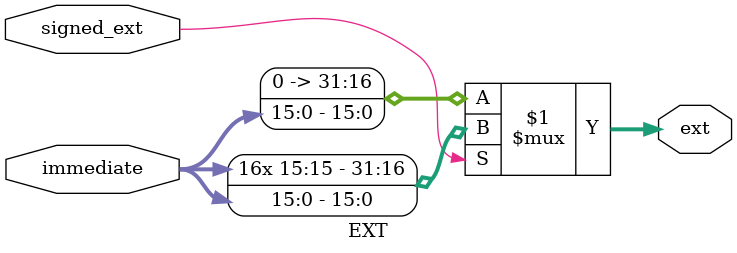
<source format=v>
`timescale 1ns / 1ps
module EXT(immediate, signed_ext, ext);
input[15:0] immediate;
input signed_ext;
output[31:0] ext;
	assign ext = signed_ext ? {{16{immediate[15]}}, immediate[15:0]} : {{16{1'b0}}, immediate[15:0]};

endmodule

</source>
